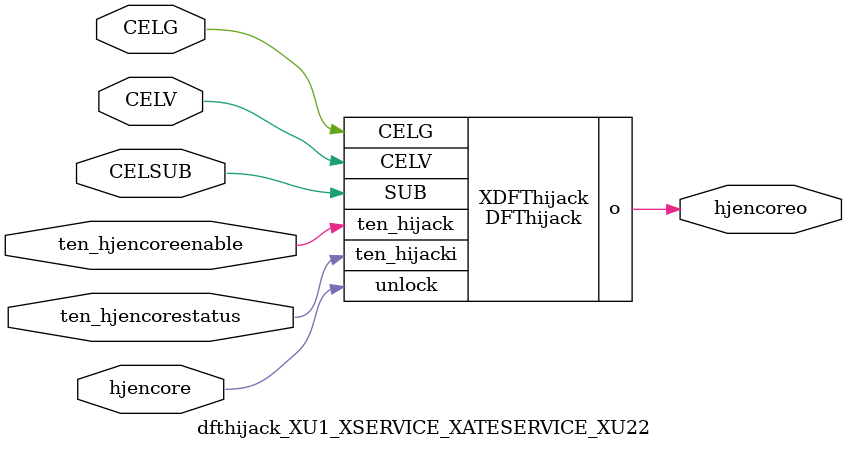
<source format=v>


module DFThijack ( o, CELG, CELV, SUB, ten_hijack, ten_hijacki, unlock );

  input CELV;
  input ten_hijack;
  input ten_hijacki;
  input unlock;
  output o;
  input SUB;
  input CELG;
endmodule


module dfthijack_XU1_XSERVICE_XATESERVICE_XU22 (hjencoreo,CELG,CELV,CELSUB,ten_hjencoreenable,ten_hjencorestatus,hjencore);
output  hjencoreo;
input  CELG;
input  CELV;
input  CELSUB;
input  ten_hjencoreenable;
input  ten_hjencorestatus;
input  hjencore;

DFThijack XDFThijack(
  .o (hjencoreo),
  .CELG (CELG),
  .CELV (CELV),
  .SUB (CELSUB),
  .ten_hijack (ten_hjencoreenable),
  .ten_hijacki (ten_hjencorestatus),
  .unlock (hjencore)
);

endmodule


</source>
